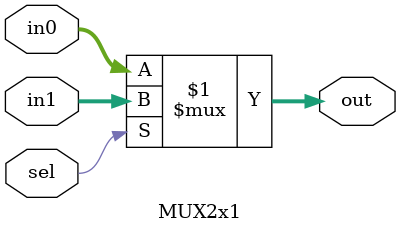
<source format=v>
module MUX2x1 #(parameter WIDTH = 32) (
    input wire [WIDTH-1:0] in0,
    input wire [WIDTH-1:0] in1,
    input wire sel,
    output wire [WIDTH-1:0] out
);
    assign out = sel ? in1 : in0;
endmodule

</source>
